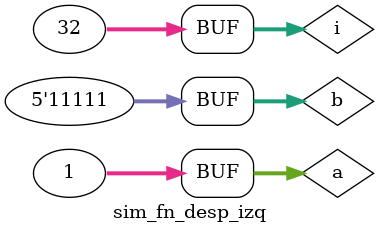
<source format=v>
`include "fn_desp_izq.v"
module sim_fn_desp_izq ;
    integer i;
    reg [31:0] a;
    reg [4:0]  b;
    wire [31:0] Y;
    fn_desp_izq dut (
        .Y (Y),
        .a (a),
        .b (b)
    );

    initial begin
        $dumpfile("fn_desp_izq.vcd");
        $dumpvars(0);
        a = 1;
        for (i=0;i<32;i = i + 1) begin
            b = i;
            #10;
        end
    end
endmodule

</source>
